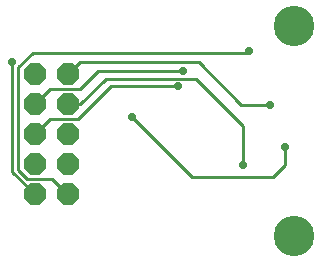
<source format=gbl>
G75*
%MOIN*%
%OFA0B0*%
%FSLAX25Y25*%
%IPPOS*%
%LPD*%
%AMOC8*
5,1,8,0,0,1.08239X$1,22.5*
%
%ADD10OC8,0.07400*%
%ADD11C,0.02900*%
%ADD12C,0.00900*%
%ADD13C,0.13500*%
D10*
X0104833Y0112901D03*
X0115833Y0112901D03*
X0115833Y0122901D03*
X0104833Y0122901D03*
X0104833Y0132901D03*
X0115833Y0132901D03*
X0115833Y0142901D03*
X0104833Y0142901D03*
X0104833Y0152901D03*
X0115833Y0152901D03*
D11*
X0097203Y0157193D03*
X0152553Y0148901D03*
X0154053Y0154101D03*
X0176183Y0160873D03*
X0183183Y0142873D03*
X0188183Y0128873D03*
X0174183Y0122873D03*
X0137183Y0138873D03*
D12*
X0157183Y0118873D01*
X0184183Y0118873D01*
X0188183Y0122873D01*
X0188183Y0128873D01*
X0174183Y0122873D02*
X0174183Y0135873D01*
X0172323Y0137733D01*
X0172243Y0137733D01*
X0158523Y0151453D01*
X0128423Y0151453D01*
X0119871Y0142901D01*
X0115833Y0142901D01*
X0109833Y0147901D02*
X0104833Y0142901D01*
X0109833Y0137901D02*
X0104833Y0132901D01*
X0109833Y0137901D02*
X0119333Y0137901D01*
X0130333Y0148901D01*
X0152553Y0148901D01*
X0154053Y0154101D02*
X0125933Y0154101D01*
X0119833Y0147901D01*
X0109833Y0147901D01*
X0115833Y0152901D02*
X0119985Y0157053D01*
X0159363Y0157053D01*
X0173543Y0142873D01*
X0183183Y0142873D01*
X0175443Y0160133D02*
X0166183Y0160133D01*
X0169863Y0160133D01*
X0166183Y0160133D02*
X0104063Y0160133D01*
X0099303Y0155373D01*
X0099303Y0120933D01*
X0102243Y0117993D01*
X0110363Y0117993D01*
X0115455Y0112901D01*
X0115833Y0112901D01*
X0104833Y0112901D02*
X0097203Y0120531D01*
X0097203Y0157193D01*
X0175443Y0160133D02*
X0176183Y0160873D01*
X0115981Y0122753D02*
X0115833Y0122901D01*
D13*
X0191183Y0098903D03*
X0191183Y0168903D03*
M02*

</source>
